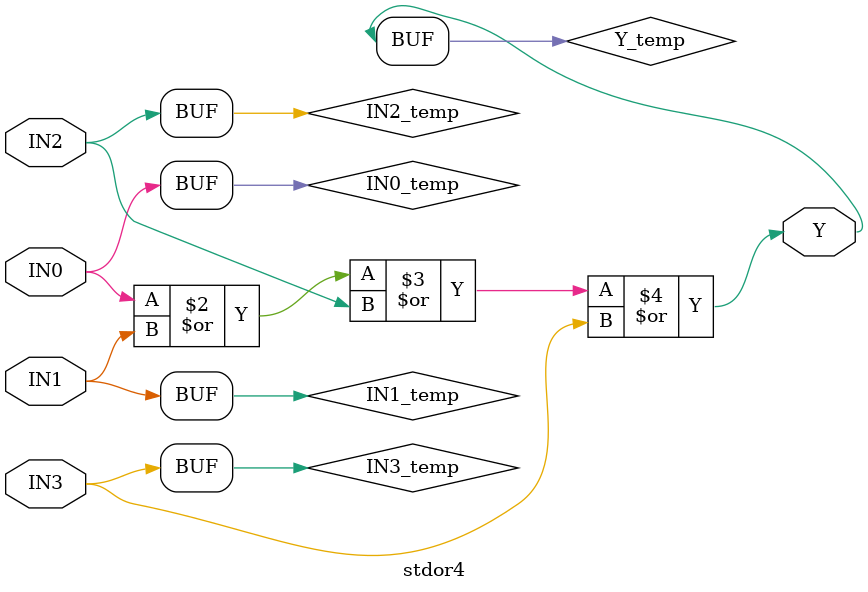
<source format=v>
module stdor4(IN0,IN1,IN2,IN3,Y);
  parameter
        d_IN0_r = 0,
        d_IN0_f = 0,
        d_IN1_r = 0,
        d_IN1_f = 0,
        d_IN2_r = 0,
        d_IN2_f = 0,
        d_IN3_r = 0,
        d_IN3_f = 0,
        d_Y_r = 1,
        d_Y_f = 1;
  input  IN0;
  input  IN1;
  input  IN2;
  input  IN3;
  output  Y;
  wire  IN0_temp;
  wire  IN1_temp;
  wire  IN2_temp;
  wire  IN3_temp;
  reg  Y_temp;
  assign #(d_IN0_r,d_IN0_f) IN0_temp = IN0;
  assign #(d_IN1_r,d_IN1_f) IN1_temp = IN1;
  assign #(d_IN2_r,d_IN2_f) IN2_temp = IN2;
  assign #(d_IN3_r,d_IN3_f) IN3_temp = IN3;
  assign #(d_Y_r,d_Y_f) Y = Y_temp;
  always
    @(IN0_temp or IN1_temp or IN2_temp or IN3_temp)
      begin
      Y_temp = (((IN0_temp | IN1_temp) | IN2_temp) | IN3_temp);
      end
endmodule

</source>
